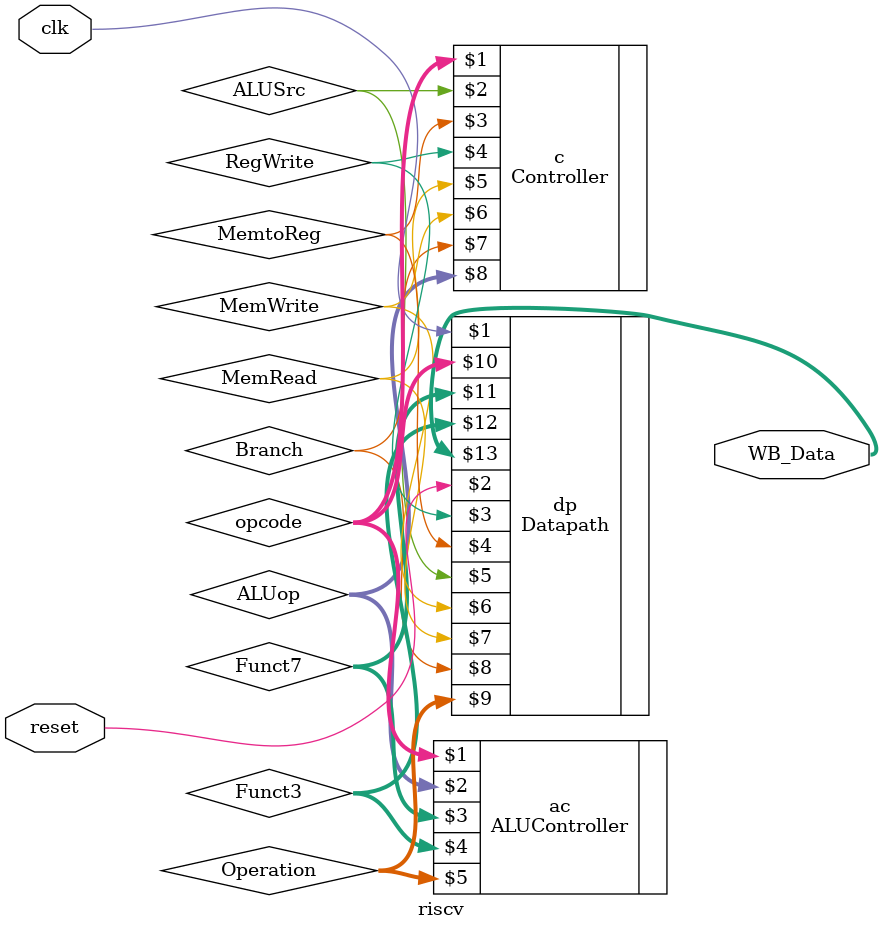
<source format=sv>
`timescale 1ns / 1ps

module riscv #(
    parameter DATA_W = 32)
    (input logic clk, reset, // clock and reset signals
    output logic [31:0] WB_Data// The ALU_Result
    );

logic [6:0] opcode;
logic ALUSrc, MemtoReg, RegWrite, MemRead, MemWrite, Branch;

logic [1:0] ALUop;
logic [6:0] Funct7;
logic [2:0] Funct3;
logic [3:0] Operation;

    Controller c(opcode, ALUSrc, MemtoReg, RegWrite, MemRead, MemWrite, Branch, ALUop);
    
    ALUController ac(opcode, ALUop, Funct7, Funct3, Operation);

    Datapath dp(clk, reset, RegWrite , MemtoReg, ALUSrc , MemWrite, MemRead, Branch, Operation, opcode, Funct7, Funct3, WB_Data);
        
endmodule

</source>
